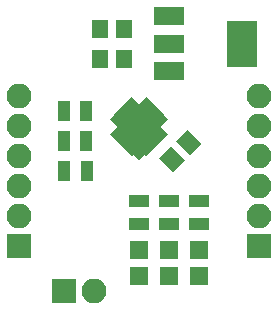
<source format=gbr>
G04 #@! TF.FileFunction,Soldermask,Top*
%FSLAX46Y46*%
G04 Gerber Fmt 4.6, Leading zero omitted, Abs format (unit mm)*
G04 Created by KiCad (PCBNEW 4.0.7-e2-6376~58~ubuntu16.04.1) date Thu Nov  2 21:22:03 2017*
%MOMM*%
%LPD*%
G01*
G04 APERTURE LIST*
%ADD10C,0.100000*%
%ADD11R,2.100000X2.100000*%
%ADD12O,2.100000X2.100000*%
%ADD13R,1.400000X1.650000*%
%ADD14R,1.600000X1.600000*%
%ADD15R,1.100000X1.700000*%
%ADD16R,1.700000X1.100000*%
%ADD17R,2.635200X1.619200*%
%ADD18R,2.599640X3.999180*%
G04 APERTURE END LIST*
D10*
G36*
X117182388Y-137222338D02*
X116015662Y-136055612D01*
X117005612Y-135065662D01*
X118172338Y-136232388D01*
X117182388Y-137222338D01*
X117182388Y-137222338D01*
G37*
G36*
X118596602Y-135808124D02*
X117429876Y-134641398D01*
X118419826Y-133651448D01*
X119586552Y-134818174D01*
X118596602Y-135808124D01*
X118596602Y-135808124D01*
G37*
G36*
X115371266Y-135390003D02*
X114925789Y-135835480D01*
X114254038Y-135163729D01*
X114699515Y-134718252D01*
X115371266Y-135390003D01*
X115371266Y-135390003D01*
G37*
G36*
X115724820Y-135036450D02*
X115279343Y-135481927D01*
X114607592Y-134810176D01*
X115053069Y-134364699D01*
X115724820Y-135036450D01*
X115724820Y-135036450D01*
G37*
G36*
X116078373Y-134682896D02*
X115632896Y-135128373D01*
X114961145Y-134456622D01*
X115406622Y-134011145D01*
X116078373Y-134682896D01*
X116078373Y-134682896D01*
G37*
G36*
X116431927Y-134329343D02*
X115986450Y-134774820D01*
X115314699Y-134103069D01*
X115760176Y-133657592D01*
X116431927Y-134329343D01*
X116431927Y-134329343D01*
G37*
G36*
X116785480Y-133975789D02*
X116340003Y-134421266D01*
X115668252Y-133749515D01*
X116113729Y-133304038D01*
X116785480Y-133975789D01*
X116785480Y-133975789D01*
G37*
G36*
X116785480Y-132724211D02*
X116113729Y-133395962D01*
X115668252Y-132950485D01*
X116340003Y-132278734D01*
X116785480Y-132724211D01*
X116785480Y-132724211D01*
G37*
G36*
X116431927Y-132370657D02*
X115760176Y-133042408D01*
X115314699Y-132596931D01*
X115986450Y-131925180D01*
X116431927Y-132370657D01*
X116431927Y-132370657D01*
G37*
G36*
X116078373Y-132017104D02*
X115406622Y-132688855D01*
X114961145Y-132243378D01*
X115632896Y-131571627D01*
X116078373Y-132017104D01*
X116078373Y-132017104D01*
G37*
G36*
X115724820Y-131663550D02*
X115053069Y-132335301D01*
X114607592Y-131889824D01*
X115279343Y-131218073D01*
X115724820Y-131663550D01*
X115724820Y-131663550D01*
G37*
G36*
X115371266Y-131309997D02*
X114699515Y-131981748D01*
X114254038Y-131536271D01*
X114925789Y-130864520D01*
X115371266Y-131309997D01*
X115371266Y-131309997D01*
G37*
G36*
X114345962Y-131536271D02*
X113900485Y-131981748D01*
X113228734Y-131309997D01*
X113674211Y-130864520D01*
X114345962Y-131536271D01*
X114345962Y-131536271D01*
G37*
G36*
X113992408Y-131889824D02*
X113546931Y-132335301D01*
X112875180Y-131663550D01*
X113320657Y-131218073D01*
X113992408Y-131889824D01*
X113992408Y-131889824D01*
G37*
G36*
X113638855Y-132243378D02*
X113193378Y-132688855D01*
X112521627Y-132017104D01*
X112967104Y-131571627D01*
X113638855Y-132243378D01*
X113638855Y-132243378D01*
G37*
G36*
X113285301Y-132596931D02*
X112839824Y-133042408D01*
X112168073Y-132370657D01*
X112613550Y-131925180D01*
X113285301Y-132596931D01*
X113285301Y-132596931D01*
G37*
G36*
X112931748Y-132950485D02*
X112486271Y-133395962D01*
X111814520Y-132724211D01*
X112259997Y-132278734D01*
X112931748Y-132950485D01*
X112931748Y-132950485D01*
G37*
G36*
X112931748Y-133749515D02*
X112259997Y-134421266D01*
X111814520Y-133975789D01*
X112486271Y-133304038D01*
X112931748Y-133749515D01*
X112931748Y-133749515D01*
G37*
G36*
X113285301Y-134103069D02*
X112613550Y-134774820D01*
X112168073Y-134329343D01*
X112839824Y-133657592D01*
X113285301Y-134103069D01*
X113285301Y-134103069D01*
G37*
G36*
X113638855Y-134456622D02*
X112967104Y-135128373D01*
X112521627Y-134682896D01*
X113193378Y-134011145D01*
X113638855Y-134456622D01*
X113638855Y-134456622D01*
G37*
G36*
X113992408Y-134810176D02*
X113320657Y-135481927D01*
X112875180Y-135036450D01*
X113546931Y-134364699D01*
X113992408Y-134810176D01*
X113992408Y-134810176D01*
G37*
G36*
X114345962Y-135163729D02*
X113674211Y-135835480D01*
X113228734Y-135390003D01*
X113900485Y-134718252D01*
X114345962Y-135163729D01*
X114345962Y-135163729D01*
G37*
G36*
X116103122Y-133350000D02*
X114300000Y-135153122D01*
X112496878Y-133350000D01*
X114300000Y-131546878D01*
X116103122Y-133350000D01*
X116103122Y-133350000D01*
G37*
G36*
X114890434Y-135616277D02*
X114300000Y-136206711D01*
X113709566Y-135616277D01*
X114300000Y-135025843D01*
X114890434Y-135616277D01*
X114890434Y-135616277D01*
G37*
D11*
X124460000Y-143510000D03*
D12*
X124460000Y-140970000D03*
X124460000Y-138430000D03*
X124460000Y-135890000D03*
X124460000Y-133350000D03*
X124460000Y-130810000D03*
D13*
X113030000Y-125095000D03*
X111030000Y-125095000D03*
X113030000Y-127635000D03*
X111030000Y-127635000D03*
D14*
X119380000Y-143850000D03*
X119380000Y-146050000D03*
X114300000Y-143850000D03*
X114300000Y-146050000D03*
X116840000Y-143850000D03*
X116840000Y-146050000D03*
D15*
X107955000Y-137160000D03*
X109855000Y-137160000D03*
X107950000Y-132080000D03*
X109850000Y-132080000D03*
X107950000Y-134620000D03*
X109850000Y-134620000D03*
D16*
X119380000Y-139705000D03*
X119380000Y-141605000D03*
X114300000Y-139705000D03*
X114300000Y-141605000D03*
X116840000Y-139705000D03*
X116840000Y-141605000D03*
D17*
X116840000Y-124053600D03*
X116840000Y-126365000D03*
X116840000Y-128676400D03*
D18*
X123037600Y-126365000D03*
D11*
X107950000Y-147320000D03*
D12*
X110490000Y-147320000D03*
D11*
X104140000Y-143510000D03*
D12*
X104140000Y-140970000D03*
X104140000Y-138430000D03*
X104140000Y-135890000D03*
X104140000Y-133350000D03*
X104140000Y-130810000D03*
M02*

</source>
